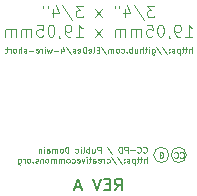
<source format=gbo>
G04 #@! TF.FileFunction,Legend,Bot*
%FSLAX46Y46*%
G04 Gerber Fmt 4.6, Leading zero omitted, Abs format (unit mm)*
G04 Created by KiCad (PCBNEW 4.0.7) date 12/11/17 00:30:20*
%MOMM*%
%LPD*%
G01*
G04 APERTURE LIST*
%ADD10C,0.100000*%
%ADD11C,0.125000*%
%ADD12C,0.150000*%
G04 APERTURE END LIST*
D10*
X163456952Y-117574190D02*
X163456952Y-117074190D01*
X163242667Y-117574190D02*
X163242667Y-117312286D01*
X163266476Y-117264667D01*
X163314095Y-117240857D01*
X163385524Y-117240857D01*
X163433143Y-117264667D01*
X163456952Y-117288476D01*
X163076000Y-117240857D02*
X162885524Y-117240857D01*
X163004571Y-117074190D02*
X163004571Y-117502762D01*
X162980762Y-117550381D01*
X162933143Y-117574190D01*
X162885524Y-117574190D01*
X162790286Y-117240857D02*
X162599810Y-117240857D01*
X162718857Y-117074190D02*
X162718857Y-117502762D01*
X162695048Y-117550381D01*
X162647429Y-117574190D01*
X162599810Y-117574190D01*
X162433143Y-117240857D02*
X162433143Y-117740857D01*
X162433143Y-117264667D02*
X162385524Y-117240857D01*
X162290286Y-117240857D01*
X162242667Y-117264667D01*
X162218858Y-117288476D01*
X162195048Y-117336095D01*
X162195048Y-117478952D01*
X162218858Y-117526571D01*
X162242667Y-117550381D01*
X162290286Y-117574190D01*
X162385524Y-117574190D01*
X162433143Y-117550381D01*
X162004572Y-117550381D02*
X161956953Y-117574190D01*
X161861715Y-117574190D01*
X161814096Y-117550381D01*
X161790286Y-117502762D01*
X161790286Y-117478952D01*
X161814096Y-117431333D01*
X161861715Y-117407524D01*
X161933143Y-117407524D01*
X161980762Y-117383714D01*
X162004572Y-117336095D01*
X162004572Y-117312286D01*
X161980762Y-117264667D01*
X161933143Y-117240857D01*
X161861715Y-117240857D01*
X161814096Y-117264667D01*
X161576000Y-117526571D02*
X161552191Y-117550381D01*
X161576000Y-117574190D01*
X161599810Y-117550381D01*
X161576000Y-117526571D01*
X161576000Y-117574190D01*
X161576000Y-117264667D02*
X161552191Y-117288476D01*
X161576000Y-117312286D01*
X161599810Y-117288476D01*
X161576000Y-117264667D01*
X161576000Y-117312286D01*
X160980763Y-117050381D02*
X161409334Y-117693238D01*
X160456953Y-117050381D02*
X160885524Y-117693238D01*
X160076000Y-117240857D02*
X160076000Y-117645619D01*
X160099809Y-117693238D01*
X160123619Y-117717048D01*
X160171238Y-117740857D01*
X160242666Y-117740857D01*
X160290285Y-117717048D01*
X160076000Y-117550381D02*
X160123619Y-117574190D01*
X160218857Y-117574190D01*
X160266476Y-117550381D01*
X160290285Y-117526571D01*
X160314095Y-117478952D01*
X160314095Y-117336095D01*
X160290285Y-117288476D01*
X160266476Y-117264667D01*
X160218857Y-117240857D01*
X160123619Y-117240857D01*
X160076000Y-117264667D01*
X159837904Y-117574190D02*
X159837904Y-117240857D01*
X159837904Y-117074190D02*
X159861714Y-117098000D01*
X159837904Y-117121810D01*
X159814095Y-117098000D01*
X159837904Y-117074190D01*
X159837904Y-117121810D01*
X159671238Y-117240857D02*
X159480762Y-117240857D01*
X159599809Y-117074190D02*
X159599809Y-117502762D01*
X159576000Y-117550381D01*
X159528381Y-117574190D01*
X159480762Y-117574190D01*
X159314095Y-117574190D02*
X159314095Y-117074190D01*
X159099810Y-117574190D02*
X159099810Y-117312286D01*
X159123619Y-117264667D01*
X159171238Y-117240857D01*
X159242667Y-117240857D01*
X159290286Y-117264667D01*
X159314095Y-117288476D01*
X158647429Y-117240857D02*
X158647429Y-117574190D01*
X158861714Y-117240857D02*
X158861714Y-117502762D01*
X158837905Y-117550381D01*
X158790286Y-117574190D01*
X158718857Y-117574190D01*
X158671238Y-117550381D01*
X158647429Y-117526571D01*
X158409333Y-117574190D02*
X158409333Y-117074190D01*
X158409333Y-117264667D02*
X158361714Y-117240857D01*
X158266476Y-117240857D01*
X158218857Y-117264667D01*
X158195048Y-117288476D01*
X158171238Y-117336095D01*
X158171238Y-117478952D01*
X158195048Y-117526571D01*
X158218857Y-117550381D01*
X158266476Y-117574190D01*
X158361714Y-117574190D01*
X158409333Y-117550381D01*
X157956952Y-117526571D02*
X157933143Y-117550381D01*
X157956952Y-117574190D01*
X157980762Y-117550381D01*
X157956952Y-117526571D01*
X157956952Y-117574190D01*
X157504572Y-117550381D02*
X157552191Y-117574190D01*
X157647429Y-117574190D01*
X157695048Y-117550381D01*
X157718857Y-117526571D01*
X157742667Y-117478952D01*
X157742667Y-117336095D01*
X157718857Y-117288476D01*
X157695048Y-117264667D01*
X157647429Y-117240857D01*
X157552191Y-117240857D01*
X157504572Y-117264667D01*
X157218858Y-117574190D02*
X157266477Y-117550381D01*
X157290286Y-117526571D01*
X157314096Y-117478952D01*
X157314096Y-117336095D01*
X157290286Y-117288476D01*
X157266477Y-117264667D01*
X157218858Y-117240857D01*
X157147429Y-117240857D01*
X157099810Y-117264667D01*
X157076001Y-117288476D01*
X157052191Y-117336095D01*
X157052191Y-117478952D01*
X157076001Y-117526571D01*
X157099810Y-117550381D01*
X157147429Y-117574190D01*
X157218858Y-117574190D01*
X156837905Y-117574190D02*
X156837905Y-117240857D01*
X156837905Y-117288476D02*
X156814096Y-117264667D01*
X156766477Y-117240857D01*
X156695048Y-117240857D01*
X156647429Y-117264667D01*
X156623620Y-117312286D01*
X156623620Y-117574190D01*
X156623620Y-117312286D02*
X156599810Y-117264667D01*
X156552191Y-117240857D01*
X156480763Y-117240857D01*
X156433143Y-117264667D01*
X156409334Y-117312286D01*
X156409334Y-117574190D01*
X155814096Y-117050381D02*
X156242667Y-117693238D01*
X155647428Y-117312286D02*
X155480762Y-117312286D01*
X155409333Y-117574190D02*
X155647428Y-117574190D01*
X155647428Y-117074190D01*
X155409333Y-117074190D01*
X155123619Y-117574190D02*
X155171238Y-117550381D01*
X155195047Y-117502762D01*
X155195047Y-117074190D01*
X154742666Y-117550381D02*
X154790285Y-117574190D01*
X154885523Y-117574190D01*
X154933142Y-117550381D01*
X154956952Y-117502762D01*
X154956952Y-117312286D01*
X154933142Y-117264667D01*
X154885523Y-117240857D01*
X154790285Y-117240857D01*
X154742666Y-117264667D01*
X154718857Y-117312286D01*
X154718857Y-117359905D01*
X154956952Y-117407524D01*
X154504571Y-117574190D02*
X154504571Y-117074190D01*
X154385524Y-117074190D01*
X154314095Y-117098000D01*
X154266476Y-117145619D01*
X154242667Y-117193238D01*
X154218857Y-117288476D01*
X154218857Y-117359905D01*
X154242667Y-117455143D01*
X154266476Y-117502762D01*
X154314095Y-117550381D01*
X154385524Y-117574190D01*
X154504571Y-117574190D01*
X153814095Y-117550381D02*
X153861714Y-117574190D01*
X153956952Y-117574190D01*
X154004571Y-117550381D01*
X154028381Y-117502762D01*
X154028381Y-117312286D01*
X154004571Y-117264667D01*
X153956952Y-117240857D01*
X153861714Y-117240857D01*
X153814095Y-117264667D01*
X153790286Y-117312286D01*
X153790286Y-117359905D01*
X154028381Y-117407524D01*
X153599810Y-117550381D02*
X153552191Y-117574190D01*
X153456953Y-117574190D01*
X153409334Y-117550381D01*
X153385524Y-117502762D01*
X153385524Y-117478952D01*
X153409334Y-117431333D01*
X153456953Y-117407524D01*
X153528381Y-117407524D01*
X153576000Y-117383714D01*
X153599810Y-117336095D01*
X153599810Y-117312286D01*
X153576000Y-117264667D01*
X153528381Y-117240857D01*
X153456953Y-117240857D01*
X153409334Y-117264667D01*
X152814096Y-117050381D02*
X153242667Y-117693238D01*
X152433143Y-117240857D02*
X152433143Y-117574190D01*
X152552190Y-117050381D02*
X152671238Y-117407524D01*
X152361714Y-117407524D01*
X152171238Y-117383714D02*
X151790286Y-117383714D01*
X151599809Y-117240857D02*
X151504571Y-117574190D01*
X151409333Y-117336095D01*
X151314095Y-117574190D01*
X151218857Y-117240857D01*
X151028380Y-117574190D02*
X151028380Y-117240857D01*
X151028380Y-117074190D02*
X151052190Y-117098000D01*
X151028380Y-117121810D01*
X151004571Y-117098000D01*
X151028380Y-117074190D01*
X151028380Y-117121810D01*
X150790285Y-117574190D02*
X150790285Y-117240857D01*
X150790285Y-117336095D02*
X150766476Y-117288476D01*
X150742666Y-117264667D01*
X150695047Y-117240857D01*
X150647428Y-117240857D01*
X150290285Y-117550381D02*
X150337904Y-117574190D01*
X150433142Y-117574190D01*
X150480761Y-117550381D01*
X150504571Y-117502762D01*
X150504571Y-117312286D01*
X150480761Y-117264667D01*
X150433142Y-117240857D01*
X150337904Y-117240857D01*
X150290285Y-117264667D01*
X150266476Y-117312286D01*
X150266476Y-117359905D01*
X150504571Y-117407524D01*
X150052190Y-117383714D02*
X149671238Y-117383714D01*
X149456952Y-117550381D02*
X149409333Y-117574190D01*
X149314095Y-117574190D01*
X149266476Y-117550381D01*
X149242666Y-117502762D01*
X149242666Y-117478952D01*
X149266476Y-117431333D01*
X149314095Y-117407524D01*
X149385523Y-117407524D01*
X149433142Y-117383714D01*
X149456952Y-117336095D01*
X149456952Y-117312286D01*
X149433142Y-117264667D01*
X149385523Y-117240857D01*
X149314095Y-117240857D01*
X149266476Y-117264667D01*
X149028380Y-117574190D02*
X149028380Y-117074190D01*
X148814095Y-117574190D02*
X148814095Y-117312286D01*
X148837904Y-117264667D01*
X148885523Y-117240857D01*
X148956952Y-117240857D01*
X149004571Y-117264667D01*
X149028380Y-117288476D01*
X148504571Y-117574190D02*
X148552190Y-117550381D01*
X148575999Y-117526571D01*
X148599809Y-117478952D01*
X148599809Y-117336095D01*
X148575999Y-117288476D01*
X148552190Y-117264667D01*
X148504571Y-117240857D01*
X148433142Y-117240857D01*
X148385523Y-117264667D01*
X148361714Y-117288476D01*
X148337904Y-117336095D01*
X148337904Y-117478952D01*
X148361714Y-117526571D01*
X148385523Y-117550381D01*
X148433142Y-117574190D01*
X148504571Y-117574190D01*
X148123618Y-117574190D02*
X148123618Y-117240857D01*
X148123618Y-117336095D02*
X148099809Y-117288476D01*
X148075999Y-117264667D01*
X148028380Y-117240857D01*
X147980761Y-117240857D01*
X147885523Y-117240857D02*
X147695047Y-117240857D01*
X147814094Y-117074190D02*
X147814094Y-117502762D01*
X147790285Y-117550381D01*
X147742666Y-117574190D01*
X147695047Y-117574190D01*
X163014535Y-126225300D02*
G75*
G03X163014535Y-126225300I-647575J0D01*
G01*
X160934400Y-126123700D02*
X160756600Y-126301500D01*
X162486885Y-126429271D02*
X162510695Y-126453081D01*
X162582123Y-126476890D01*
X162629742Y-126476890D01*
X162701171Y-126453081D01*
X162748790Y-126405462D01*
X162772599Y-126357843D01*
X162796409Y-126262605D01*
X162796409Y-126191176D01*
X162772599Y-126095938D01*
X162748790Y-126048319D01*
X162701171Y-126000700D01*
X162629742Y-125976890D01*
X162582123Y-125976890D01*
X162510695Y-126000700D01*
X162486885Y-126024510D01*
X161986885Y-126429271D02*
X162010695Y-126453081D01*
X162082123Y-126476890D01*
X162129742Y-126476890D01*
X162201171Y-126453081D01*
X162248790Y-126405462D01*
X162272599Y-126357843D01*
X162296409Y-126262605D01*
X162296409Y-126191176D01*
X162272599Y-126095938D01*
X162248790Y-126048319D01*
X162201171Y-126000700D01*
X162129742Y-125976890D01*
X162082123Y-125976890D01*
X162010695Y-126000700D01*
X161986885Y-126024510D01*
X160915457Y-125976890D02*
X160867838Y-125976890D01*
X160820219Y-126000700D01*
X160796410Y-126024510D01*
X160772600Y-126072129D01*
X160748791Y-126167367D01*
X160748791Y-126286414D01*
X160772600Y-126381652D01*
X160796410Y-126429271D01*
X160820219Y-126453081D01*
X160867838Y-126476890D01*
X160915457Y-126476890D01*
X160963076Y-126453081D01*
X160986886Y-126429271D01*
X161010695Y-126381652D01*
X161034505Y-126286414D01*
X161034505Y-126167367D01*
X161010695Y-126072129D01*
X160986886Y-126024510D01*
X160963076Y-126000700D01*
X160915457Y-125976890D01*
X161541335Y-126225300D02*
G75*
G03X161541335Y-126225300I-647575J0D01*
G01*
X159361238Y-125991571D02*
X159385048Y-126015381D01*
X159456476Y-126039190D01*
X159504095Y-126039190D01*
X159575524Y-126015381D01*
X159623143Y-125967762D01*
X159646952Y-125920143D01*
X159670762Y-125824905D01*
X159670762Y-125753476D01*
X159646952Y-125658238D01*
X159623143Y-125610619D01*
X159575524Y-125563000D01*
X159504095Y-125539190D01*
X159456476Y-125539190D01*
X159385048Y-125563000D01*
X159361238Y-125586810D01*
X158861238Y-125991571D02*
X158885048Y-126015381D01*
X158956476Y-126039190D01*
X159004095Y-126039190D01*
X159075524Y-126015381D01*
X159123143Y-125967762D01*
X159146952Y-125920143D01*
X159170762Y-125824905D01*
X159170762Y-125753476D01*
X159146952Y-125658238D01*
X159123143Y-125610619D01*
X159075524Y-125563000D01*
X159004095Y-125539190D01*
X158956476Y-125539190D01*
X158885048Y-125563000D01*
X158861238Y-125586810D01*
X158646952Y-125848714D02*
X158266000Y-125848714D01*
X158027904Y-126039190D02*
X158027904Y-125539190D01*
X157837428Y-125539190D01*
X157789809Y-125563000D01*
X157766000Y-125586810D01*
X157742190Y-125634429D01*
X157742190Y-125705857D01*
X157766000Y-125753476D01*
X157789809Y-125777286D01*
X157837428Y-125801095D01*
X158027904Y-125801095D01*
X157527904Y-126039190D02*
X157527904Y-125539190D01*
X157408857Y-125539190D01*
X157337428Y-125563000D01*
X157289809Y-125610619D01*
X157266000Y-125658238D01*
X157242190Y-125753476D01*
X157242190Y-125824905D01*
X157266000Y-125920143D01*
X157289809Y-125967762D01*
X157337428Y-126015381D01*
X157408857Y-126039190D01*
X157527904Y-126039190D01*
X156289810Y-125515381D02*
X156718381Y-126158238D01*
X155742190Y-126039190D02*
X155742190Y-125539190D01*
X155551714Y-125539190D01*
X155504095Y-125563000D01*
X155480286Y-125586810D01*
X155456476Y-125634429D01*
X155456476Y-125705857D01*
X155480286Y-125753476D01*
X155504095Y-125777286D01*
X155551714Y-125801095D01*
X155742190Y-125801095D01*
X155027905Y-125705857D02*
X155027905Y-126039190D01*
X155242190Y-125705857D02*
X155242190Y-125967762D01*
X155218381Y-126015381D01*
X155170762Y-126039190D01*
X155099333Y-126039190D01*
X155051714Y-126015381D01*
X155027905Y-125991571D01*
X154789809Y-126039190D02*
X154789809Y-125539190D01*
X154789809Y-125729667D02*
X154742190Y-125705857D01*
X154646952Y-125705857D01*
X154599333Y-125729667D01*
X154575524Y-125753476D01*
X154551714Y-125801095D01*
X154551714Y-125943952D01*
X154575524Y-125991571D01*
X154599333Y-126015381D01*
X154646952Y-126039190D01*
X154742190Y-126039190D01*
X154789809Y-126015381D01*
X154266000Y-126039190D02*
X154313619Y-126015381D01*
X154337428Y-125967762D01*
X154337428Y-125539190D01*
X154075523Y-126039190D02*
X154075523Y-125705857D01*
X154075523Y-125539190D02*
X154099333Y-125563000D01*
X154075523Y-125586810D01*
X154051714Y-125563000D01*
X154075523Y-125539190D01*
X154075523Y-125586810D01*
X153623143Y-126015381D02*
X153670762Y-126039190D01*
X153766000Y-126039190D01*
X153813619Y-126015381D01*
X153837428Y-125991571D01*
X153861238Y-125943952D01*
X153861238Y-125801095D01*
X153837428Y-125753476D01*
X153813619Y-125729667D01*
X153766000Y-125705857D01*
X153670762Y-125705857D01*
X153623143Y-125729667D01*
X153027905Y-126039190D02*
X153027905Y-125539190D01*
X152908858Y-125539190D01*
X152837429Y-125563000D01*
X152789810Y-125610619D01*
X152766001Y-125658238D01*
X152742191Y-125753476D01*
X152742191Y-125824905D01*
X152766001Y-125920143D01*
X152789810Y-125967762D01*
X152837429Y-126015381D01*
X152908858Y-126039190D01*
X153027905Y-126039190D01*
X152456477Y-126039190D02*
X152504096Y-126015381D01*
X152527905Y-125991571D01*
X152551715Y-125943952D01*
X152551715Y-125801095D01*
X152527905Y-125753476D01*
X152504096Y-125729667D01*
X152456477Y-125705857D01*
X152385048Y-125705857D01*
X152337429Y-125729667D01*
X152313620Y-125753476D01*
X152289810Y-125801095D01*
X152289810Y-125943952D01*
X152313620Y-125991571D01*
X152337429Y-126015381D01*
X152385048Y-126039190D01*
X152456477Y-126039190D01*
X152075524Y-126039190D02*
X152075524Y-125705857D01*
X152075524Y-125753476D02*
X152051715Y-125729667D01*
X152004096Y-125705857D01*
X151932667Y-125705857D01*
X151885048Y-125729667D01*
X151861239Y-125777286D01*
X151861239Y-126039190D01*
X151861239Y-125777286D02*
X151837429Y-125729667D01*
X151789810Y-125705857D01*
X151718382Y-125705857D01*
X151670762Y-125729667D01*
X151646953Y-125777286D01*
X151646953Y-126039190D01*
X151194572Y-126039190D02*
X151194572Y-125777286D01*
X151218381Y-125729667D01*
X151266000Y-125705857D01*
X151361238Y-125705857D01*
X151408857Y-125729667D01*
X151194572Y-126015381D02*
X151242191Y-126039190D01*
X151361238Y-126039190D01*
X151408857Y-126015381D01*
X151432667Y-125967762D01*
X151432667Y-125920143D01*
X151408857Y-125872524D01*
X151361238Y-125848714D01*
X151242191Y-125848714D01*
X151194572Y-125824905D01*
X150956476Y-126039190D02*
X150956476Y-125705857D01*
X150956476Y-125539190D02*
X150980286Y-125563000D01*
X150956476Y-125586810D01*
X150932667Y-125563000D01*
X150956476Y-125539190D01*
X150956476Y-125586810D01*
X150718381Y-125705857D02*
X150718381Y-126039190D01*
X150718381Y-125753476D02*
X150694572Y-125729667D01*
X150646953Y-125705857D01*
X150575524Y-125705857D01*
X150527905Y-125729667D01*
X150504096Y-125777286D01*
X150504096Y-126039190D01*
X159646952Y-126889190D02*
X159646952Y-126389190D01*
X159432667Y-126889190D02*
X159432667Y-126627286D01*
X159456476Y-126579667D01*
X159504095Y-126555857D01*
X159575524Y-126555857D01*
X159623143Y-126579667D01*
X159646952Y-126603476D01*
X159266000Y-126555857D02*
X159075524Y-126555857D01*
X159194571Y-126389190D02*
X159194571Y-126817762D01*
X159170762Y-126865381D01*
X159123143Y-126889190D01*
X159075524Y-126889190D01*
X158980286Y-126555857D02*
X158789810Y-126555857D01*
X158908857Y-126389190D02*
X158908857Y-126817762D01*
X158885048Y-126865381D01*
X158837429Y-126889190D01*
X158789810Y-126889190D01*
X158623143Y-126555857D02*
X158623143Y-127055857D01*
X158623143Y-126579667D02*
X158575524Y-126555857D01*
X158480286Y-126555857D01*
X158432667Y-126579667D01*
X158408858Y-126603476D01*
X158385048Y-126651095D01*
X158385048Y-126793952D01*
X158408858Y-126841571D01*
X158432667Y-126865381D01*
X158480286Y-126889190D01*
X158575524Y-126889190D01*
X158623143Y-126865381D01*
X158194572Y-126865381D02*
X158146953Y-126889190D01*
X158051715Y-126889190D01*
X158004096Y-126865381D01*
X157980286Y-126817762D01*
X157980286Y-126793952D01*
X158004096Y-126746333D01*
X158051715Y-126722524D01*
X158123143Y-126722524D01*
X158170762Y-126698714D01*
X158194572Y-126651095D01*
X158194572Y-126627286D01*
X158170762Y-126579667D01*
X158123143Y-126555857D01*
X158051715Y-126555857D01*
X158004096Y-126579667D01*
X157766000Y-126841571D02*
X157742191Y-126865381D01*
X157766000Y-126889190D01*
X157789810Y-126865381D01*
X157766000Y-126841571D01*
X157766000Y-126889190D01*
X157766000Y-126579667D02*
X157742191Y-126603476D01*
X157766000Y-126627286D01*
X157789810Y-126603476D01*
X157766000Y-126579667D01*
X157766000Y-126627286D01*
X157170763Y-126365381D02*
X157599334Y-127008238D01*
X156646953Y-126365381D02*
X157075524Y-127008238D01*
X156266000Y-126865381D02*
X156313619Y-126889190D01*
X156408857Y-126889190D01*
X156456476Y-126865381D01*
X156480285Y-126841571D01*
X156504095Y-126793952D01*
X156504095Y-126651095D01*
X156480285Y-126603476D01*
X156456476Y-126579667D01*
X156408857Y-126555857D01*
X156313619Y-126555857D01*
X156266000Y-126579667D01*
X156051714Y-126889190D02*
X156051714Y-126555857D01*
X156051714Y-126651095D02*
X156027905Y-126603476D01*
X156004095Y-126579667D01*
X155956476Y-126555857D01*
X155908857Y-126555857D01*
X155551714Y-126865381D02*
X155599333Y-126889190D01*
X155694571Y-126889190D01*
X155742190Y-126865381D01*
X155766000Y-126817762D01*
X155766000Y-126627286D01*
X155742190Y-126579667D01*
X155694571Y-126555857D01*
X155599333Y-126555857D01*
X155551714Y-126579667D01*
X155527905Y-126627286D01*
X155527905Y-126674905D01*
X155766000Y-126722524D01*
X155099334Y-126889190D02*
X155099334Y-126627286D01*
X155123143Y-126579667D01*
X155170762Y-126555857D01*
X155266000Y-126555857D01*
X155313619Y-126579667D01*
X155099334Y-126865381D02*
X155146953Y-126889190D01*
X155266000Y-126889190D01*
X155313619Y-126865381D01*
X155337429Y-126817762D01*
X155337429Y-126770143D01*
X155313619Y-126722524D01*
X155266000Y-126698714D01*
X155146953Y-126698714D01*
X155099334Y-126674905D01*
X154932667Y-126555857D02*
X154742191Y-126555857D01*
X154861238Y-126389190D02*
X154861238Y-126817762D01*
X154837429Y-126865381D01*
X154789810Y-126889190D01*
X154742191Y-126889190D01*
X154575524Y-126889190D02*
X154575524Y-126555857D01*
X154575524Y-126389190D02*
X154599334Y-126413000D01*
X154575524Y-126436810D01*
X154551715Y-126413000D01*
X154575524Y-126389190D01*
X154575524Y-126436810D01*
X154385048Y-126555857D02*
X154266001Y-126889190D01*
X154146953Y-126555857D01*
X153766001Y-126865381D02*
X153813620Y-126889190D01*
X153908858Y-126889190D01*
X153956477Y-126865381D01*
X153980287Y-126817762D01*
X153980287Y-126627286D01*
X153956477Y-126579667D01*
X153908858Y-126555857D01*
X153813620Y-126555857D01*
X153766001Y-126579667D01*
X153742192Y-126627286D01*
X153742192Y-126674905D01*
X153980287Y-126722524D01*
X153313621Y-126865381D02*
X153361240Y-126889190D01*
X153456478Y-126889190D01*
X153504097Y-126865381D01*
X153527906Y-126841571D01*
X153551716Y-126793952D01*
X153551716Y-126651095D01*
X153527906Y-126603476D01*
X153504097Y-126579667D01*
X153456478Y-126555857D01*
X153361240Y-126555857D01*
X153313621Y-126579667D01*
X153027907Y-126889190D02*
X153075526Y-126865381D01*
X153099335Y-126841571D01*
X153123145Y-126793952D01*
X153123145Y-126651095D01*
X153099335Y-126603476D01*
X153075526Y-126579667D01*
X153027907Y-126555857D01*
X152956478Y-126555857D01*
X152908859Y-126579667D01*
X152885050Y-126603476D01*
X152861240Y-126651095D01*
X152861240Y-126793952D01*
X152885050Y-126841571D01*
X152908859Y-126865381D01*
X152956478Y-126889190D01*
X153027907Y-126889190D01*
X152646954Y-126889190D02*
X152646954Y-126555857D01*
X152646954Y-126603476D02*
X152623145Y-126579667D01*
X152575526Y-126555857D01*
X152504097Y-126555857D01*
X152456478Y-126579667D01*
X152432669Y-126627286D01*
X152432669Y-126889190D01*
X152432669Y-126627286D02*
X152408859Y-126579667D01*
X152361240Y-126555857D01*
X152289812Y-126555857D01*
X152242192Y-126579667D01*
X152218383Y-126627286D01*
X152218383Y-126889190D01*
X151980287Y-126889190D02*
X151980287Y-126555857D01*
X151980287Y-126603476D02*
X151956478Y-126579667D01*
X151908859Y-126555857D01*
X151837430Y-126555857D01*
X151789811Y-126579667D01*
X151766002Y-126627286D01*
X151766002Y-126889190D01*
X151766002Y-126627286D02*
X151742192Y-126579667D01*
X151694573Y-126555857D01*
X151623145Y-126555857D01*
X151575525Y-126579667D01*
X151551716Y-126627286D01*
X151551716Y-126889190D01*
X151242192Y-126889190D02*
X151289811Y-126865381D01*
X151313620Y-126841571D01*
X151337430Y-126793952D01*
X151337430Y-126651095D01*
X151313620Y-126603476D01*
X151289811Y-126579667D01*
X151242192Y-126555857D01*
X151170763Y-126555857D01*
X151123144Y-126579667D01*
X151099335Y-126603476D01*
X151075525Y-126651095D01*
X151075525Y-126793952D01*
X151099335Y-126841571D01*
X151123144Y-126865381D01*
X151170763Y-126889190D01*
X151242192Y-126889190D01*
X150861239Y-126555857D02*
X150861239Y-126889190D01*
X150861239Y-126603476D02*
X150837430Y-126579667D01*
X150789811Y-126555857D01*
X150718382Y-126555857D01*
X150670763Y-126579667D01*
X150646954Y-126627286D01*
X150646954Y-126889190D01*
X150432668Y-126865381D02*
X150385049Y-126889190D01*
X150289811Y-126889190D01*
X150242192Y-126865381D01*
X150218382Y-126817762D01*
X150218382Y-126793952D01*
X150242192Y-126746333D01*
X150289811Y-126722524D01*
X150361239Y-126722524D01*
X150408858Y-126698714D01*
X150432668Y-126651095D01*
X150432668Y-126627286D01*
X150408858Y-126579667D01*
X150361239Y-126555857D01*
X150289811Y-126555857D01*
X150242192Y-126579667D01*
X150004096Y-126841571D02*
X149980287Y-126865381D01*
X150004096Y-126889190D01*
X150027906Y-126865381D01*
X150004096Y-126841571D01*
X150004096Y-126889190D01*
X149694573Y-126889190D02*
X149742192Y-126865381D01*
X149766001Y-126841571D01*
X149789811Y-126793952D01*
X149789811Y-126651095D01*
X149766001Y-126603476D01*
X149742192Y-126579667D01*
X149694573Y-126555857D01*
X149623144Y-126555857D01*
X149575525Y-126579667D01*
X149551716Y-126603476D01*
X149527906Y-126651095D01*
X149527906Y-126793952D01*
X149551716Y-126841571D01*
X149575525Y-126865381D01*
X149623144Y-126889190D01*
X149694573Y-126889190D01*
X149313620Y-126889190D02*
X149313620Y-126555857D01*
X149313620Y-126651095D02*
X149289811Y-126603476D01*
X149266001Y-126579667D01*
X149218382Y-126555857D01*
X149170763Y-126555857D01*
X148789811Y-126555857D02*
X148789811Y-126960619D01*
X148813620Y-127008238D01*
X148837430Y-127032048D01*
X148885049Y-127055857D01*
X148956477Y-127055857D01*
X149004096Y-127032048D01*
X148789811Y-126865381D02*
X148837430Y-126889190D01*
X148932668Y-126889190D01*
X148980287Y-126865381D01*
X149004096Y-126841571D01*
X149027906Y-126793952D01*
X149027906Y-126651095D01*
X149004096Y-126603476D01*
X148980287Y-126579667D01*
X148932668Y-126555857D01*
X148837430Y-126555857D01*
X148789811Y-126579667D01*
D11*
X160313096Y-113574881D02*
X159694048Y-113574881D01*
X160027382Y-113955833D01*
X159884524Y-113955833D01*
X159789286Y-114003452D01*
X159741667Y-114051071D01*
X159694048Y-114146310D01*
X159694048Y-114384405D01*
X159741667Y-114479643D01*
X159789286Y-114527262D01*
X159884524Y-114574881D01*
X160170239Y-114574881D01*
X160265477Y-114527262D01*
X160313096Y-114479643D01*
X158551191Y-113527262D02*
X159408334Y-114812976D01*
X157789286Y-113908214D02*
X157789286Y-114574881D01*
X158027382Y-113527262D02*
X158265477Y-114241548D01*
X157646429Y-114241548D01*
X157313096Y-113574881D02*
X157313096Y-113765357D01*
X156932143Y-113574881D02*
X156932143Y-113765357D01*
X155836905Y-114574881D02*
X155313095Y-113908214D01*
X155836905Y-113908214D02*
X155313095Y-114574881D01*
X154265476Y-113574881D02*
X153646428Y-113574881D01*
X153979762Y-113955833D01*
X153836904Y-113955833D01*
X153741666Y-114003452D01*
X153694047Y-114051071D01*
X153646428Y-114146310D01*
X153646428Y-114384405D01*
X153694047Y-114479643D01*
X153741666Y-114527262D01*
X153836904Y-114574881D01*
X154122619Y-114574881D01*
X154217857Y-114527262D01*
X154265476Y-114479643D01*
X152503571Y-113527262D02*
X153360714Y-114812976D01*
X151741666Y-113908214D02*
X151741666Y-114574881D01*
X151979762Y-113527262D02*
X152217857Y-114241548D01*
X151598809Y-114241548D01*
X151265476Y-113574881D02*
X151265476Y-113765357D01*
X150884523Y-113574881D02*
X150884523Y-113765357D01*
X162932142Y-116199881D02*
X163503571Y-116199881D01*
X163217857Y-116199881D02*
X163217857Y-115199881D01*
X163313095Y-115342738D01*
X163408333Y-115437976D01*
X163503571Y-115485595D01*
X162455952Y-116199881D02*
X162265476Y-116199881D01*
X162170237Y-116152262D01*
X162122618Y-116104643D01*
X162027380Y-115961786D01*
X161979761Y-115771310D01*
X161979761Y-115390357D01*
X162027380Y-115295119D01*
X162074999Y-115247500D01*
X162170237Y-115199881D01*
X162360714Y-115199881D01*
X162455952Y-115247500D01*
X162503571Y-115295119D01*
X162551190Y-115390357D01*
X162551190Y-115628452D01*
X162503571Y-115723690D01*
X162455952Y-115771310D01*
X162360714Y-115818929D01*
X162170237Y-115818929D01*
X162074999Y-115771310D01*
X162027380Y-115723690D01*
X161979761Y-115628452D01*
X161503571Y-116152262D02*
X161503571Y-116199881D01*
X161551190Y-116295119D01*
X161598809Y-116342738D01*
X160884524Y-115199881D02*
X160789285Y-115199881D01*
X160694047Y-115247500D01*
X160646428Y-115295119D01*
X160598809Y-115390357D01*
X160551190Y-115580833D01*
X160551190Y-115818929D01*
X160598809Y-116009405D01*
X160646428Y-116104643D01*
X160694047Y-116152262D01*
X160789285Y-116199881D01*
X160884524Y-116199881D01*
X160979762Y-116152262D01*
X161027381Y-116104643D01*
X161075000Y-116009405D01*
X161122619Y-115818929D01*
X161122619Y-115580833D01*
X161075000Y-115390357D01*
X161027381Y-115295119D01*
X160979762Y-115247500D01*
X160884524Y-115199881D01*
X159646428Y-115199881D02*
X160122619Y-115199881D01*
X160170238Y-115676071D01*
X160122619Y-115628452D01*
X160027381Y-115580833D01*
X159789285Y-115580833D01*
X159694047Y-115628452D01*
X159646428Y-115676071D01*
X159598809Y-115771310D01*
X159598809Y-116009405D01*
X159646428Y-116104643D01*
X159694047Y-116152262D01*
X159789285Y-116199881D01*
X160027381Y-116199881D01*
X160122619Y-116152262D01*
X160170238Y-116104643D01*
X159170238Y-116199881D02*
X159170238Y-115533214D01*
X159170238Y-115628452D02*
X159122619Y-115580833D01*
X159027381Y-115533214D01*
X158884523Y-115533214D01*
X158789285Y-115580833D01*
X158741666Y-115676071D01*
X158741666Y-116199881D01*
X158741666Y-115676071D02*
X158694047Y-115580833D01*
X158598809Y-115533214D01*
X158455952Y-115533214D01*
X158360714Y-115580833D01*
X158313095Y-115676071D01*
X158313095Y-116199881D01*
X157836905Y-116199881D02*
X157836905Y-115533214D01*
X157836905Y-115628452D02*
X157789286Y-115580833D01*
X157694048Y-115533214D01*
X157551190Y-115533214D01*
X157455952Y-115580833D01*
X157408333Y-115676071D01*
X157408333Y-116199881D01*
X157408333Y-115676071D02*
X157360714Y-115580833D01*
X157265476Y-115533214D01*
X157122619Y-115533214D01*
X157027381Y-115580833D01*
X156979762Y-115676071D01*
X156979762Y-116199881D01*
X155836905Y-116199881D02*
X155313095Y-115533214D01*
X155836905Y-115533214D02*
X155313095Y-116199881D01*
X153646428Y-116199881D02*
X154217857Y-116199881D01*
X153932143Y-116199881D02*
X153932143Y-115199881D01*
X154027381Y-115342738D01*
X154122619Y-115437976D01*
X154217857Y-115485595D01*
X153170238Y-116199881D02*
X152979762Y-116199881D01*
X152884523Y-116152262D01*
X152836904Y-116104643D01*
X152741666Y-115961786D01*
X152694047Y-115771310D01*
X152694047Y-115390357D01*
X152741666Y-115295119D01*
X152789285Y-115247500D01*
X152884523Y-115199881D01*
X153075000Y-115199881D01*
X153170238Y-115247500D01*
X153217857Y-115295119D01*
X153265476Y-115390357D01*
X153265476Y-115628452D01*
X153217857Y-115723690D01*
X153170238Y-115771310D01*
X153075000Y-115818929D01*
X152884523Y-115818929D01*
X152789285Y-115771310D01*
X152741666Y-115723690D01*
X152694047Y-115628452D01*
X152217857Y-116152262D02*
X152217857Y-116199881D01*
X152265476Y-116295119D01*
X152313095Y-116342738D01*
X151598810Y-115199881D02*
X151503571Y-115199881D01*
X151408333Y-115247500D01*
X151360714Y-115295119D01*
X151313095Y-115390357D01*
X151265476Y-115580833D01*
X151265476Y-115818929D01*
X151313095Y-116009405D01*
X151360714Y-116104643D01*
X151408333Y-116152262D01*
X151503571Y-116199881D01*
X151598810Y-116199881D01*
X151694048Y-116152262D01*
X151741667Y-116104643D01*
X151789286Y-116009405D01*
X151836905Y-115818929D01*
X151836905Y-115580833D01*
X151789286Y-115390357D01*
X151741667Y-115295119D01*
X151694048Y-115247500D01*
X151598810Y-115199881D01*
X150360714Y-115199881D02*
X150836905Y-115199881D01*
X150884524Y-115676071D01*
X150836905Y-115628452D01*
X150741667Y-115580833D01*
X150503571Y-115580833D01*
X150408333Y-115628452D01*
X150360714Y-115676071D01*
X150313095Y-115771310D01*
X150313095Y-116009405D01*
X150360714Y-116104643D01*
X150408333Y-116152262D01*
X150503571Y-116199881D01*
X150741667Y-116199881D01*
X150836905Y-116152262D01*
X150884524Y-116104643D01*
X149884524Y-116199881D02*
X149884524Y-115533214D01*
X149884524Y-115628452D02*
X149836905Y-115580833D01*
X149741667Y-115533214D01*
X149598809Y-115533214D01*
X149503571Y-115580833D01*
X149455952Y-115676071D01*
X149455952Y-116199881D01*
X149455952Y-115676071D02*
X149408333Y-115580833D01*
X149313095Y-115533214D01*
X149170238Y-115533214D01*
X149075000Y-115580833D01*
X149027381Y-115676071D01*
X149027381Y-116199881D01*
X148551191Y-116199881D02*
X148551191Y-115533214D01*
X148551191Y-115628452D02*
X148503572Y-115580833D01*
X148408334Y-115533214D01*
X148265476Y-115533214D01*
X148170238Y-115580833D01*
X148122619Y-115676071D01*
X148122619Y-116199881D01*
X148122619Y-115676071D02*
X148075000Y-115580833D01*
X147979762Y-115533214D01*
X147836905Y-115533214D01*
X147741667Y-115580833D01*
X147694048Y-115676071D01*
X147694048Y-116199881D01*
D12*
X156955952Y-129230381D02*
X157289286Y-128754190D01*
X157527381Y-129230381D02*
X157527381Y-128230381D01*
X157146428Y-128230381D01*
X157051190Y-128278000D01*
X157003571Y-128325619D01*
X156955952Y-128420857D01*
X156955952Y-128563714D01*
X157003571Y-128658952D01*
X157051190Y-128706571D01*
X157146428Y-128754190D01*
X157527381Y-128754190D01*
X156527381Y-128706571D02*
X156194047Y-128706571D01*
X156051190Y-129230381D02*
X156527381Y-129230381D01*
X156527381Y-128230381D01*
X156051190Y-128230381D01*
X155765476Y-128230381D02*
X155432143Y-129230381D01*
X155098809Y-128230381D01*
X154051190Y-128944667D02*
X153574999Y-128944667D01*
X154146428Y-129230381D02*
X153813095Y-128230381D01*
X153479761Y-129230381D01*
M02*

</source>
